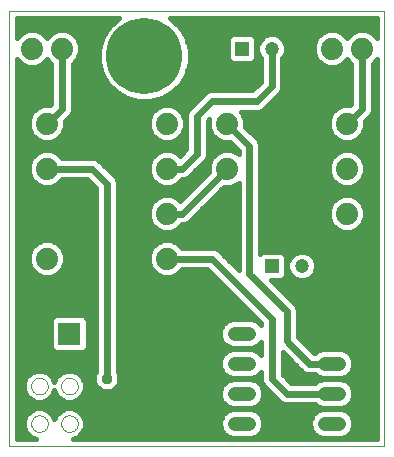
<source format=gtl>
G75*
%MOIN*%
%OFA0B0*%
%FSLAX24Y24*%
%IPPOS*%
%LPD*%
%AMOC8*
5,1,8,0,0,1.08239X$1,22.5*
%
%ADD10C,0.0000*%
%ADD11R,0.0472X0.0472*%
%ADD12C,0.0472*%
%ADD13C,0.0740*%
%ADD14C,0.0480*%
%ADD15C,0.0160*%
%ADD16C,0.0760*%
%ADD17C,0.2540*%
%ADD18R,0.0760X0.0760*%
%ADD19C,0.0240*%
%ADD20OC8,0.0356*%
D10*
X000180Y000346D02*
X000180Y014846D01*
X012680Y014846D01*
X012680Y000346D01*
X000180Y000346D01*
X000904Y001096D02*
X000906Y001129D01*
X000912Y001161D01*
X000921Y001192D01*
X000934Y001222D01*
X000951Y001250D01*
X000971Y001276D01*
X000994Y001300D01*
X001019Y001320D01*
X001047Y001338D01*
X001076Y001352D01*
X001107Y001362D01*
X001139Y001369D01*
X001172Y001372D01*
X001205Y001371D01*
X001237Y001366D01*
X001268Y001357D01*
X001299Y001345D01*
X001327Y001329D01*
X001354Y001310D01*
X001378Y001288D01*
X001399Y001263D01*
X001418Y001236D01*
X001433Y001207D01*
X001444Y001177D01*
X001452Y001145D01*
X001456Y001112D01*
X001456Y001080D01*
X001452Y001047D01*
X001444Y001015D01*
X001433Y000985D01*
X001418Y000956D01*
X001399Y000929D01*
X001378Y000904D01*
X001354Y000882D01*
X001327Y000863D01*
X001299Y000847D01*
X001268Y000835D01*
X001237Y000826D01*
X001205Y000821D01*
X001172Y000820D01*
X001139Y000823D01*
X001107Y000830D01*
X001076Y000840D01*
X001047Y000854D01*
X001019Y000872D01*
X000994Y000892D01*
X000971Y000916D01*
X000951Y000942D01*
X000934Y000970D01*
X000921Y001000D01*
X000912Y001031D01*
X000906Y001063D01*
X000904Y001096D01*
X000904Y002346D02*
X000906Y002379D01*
X000912Y002411D01*
X000921Y002442D01*
X000934Y002472D01*
X000951Y002500D01*
X000971Y002526D01*
X000994Y002550D01*
X001019Y002570D01*
X001047Y002588D01*
X001076Y002602D01*
X001107Y002612D01*
X001139Y002619D01*
X001172Y002622D01*
X001205Y002621D01*
X001237Y002616D01*
X001268Y002607D01*
X001299Y002595D01*
X001327Y002579D01*
X001354Y002560D01*
X001378Y002538D01*
X001399Y002513D01*
X001418Y002486D01*
X001433Y002457D01*
X001444Y002427D01*
X001452Y002395D01*
X001456Y002362D01*
X001456Y002330D01*
X001452Y002297D01*
X001444Y002265D01*
X001433Y002235D01*
X001418Y002206D01*
X001399Y002179D01*
X001378Y002154D01*
X001354Y002132D01*
X001327Y002113D01*
X001299Y002097D01*
X001268Y002085D01*
X001237Y002076D01*
X001205Y002071D01*
X001172Y002070D01*
X001139Y002073D01*
X001107Y002080D01*
X001076Y002090D01*
X001047Y002104D01*
X001019Y002122D01*
X000994Y002142D01*
X000971Y002166D01*
X000951Y002192D01*
X000934Y002220D01*
X000921Y002250D01*
X000912Y002281D01*
X000906Y002313D01*
X000904Y002346D01*
X001904Y002346D02*
X001906Y002379D01*
X001912Y002411D01*
X001921Y002442D01*
X001934Y002472D01*
X001951Y002500D01*
X001971Y002526D01*
X001994Y002550D01*
X002019Y002570D01*
X002047Y002588D01*
X002076Y002602D01*
X002107Y002612D01*
X002139Y002619D01*
X002172Y002622D01*
X002205Y002621D01*
X002237Y002616D01*
X002268Y002607D01*
X002299Y002595D01*
X002327Y002579D01*
X002354Y002560D01*
X002378Y002538D01*
X002399Y002513D01*
X002418Y002486D01*
X002433Y002457D01*
X002444Y002427D01*
X002452Y002395D01*
X002456Y002362D01*
X002456Y002330D01*
X002452Y002297D01*
X002444Y002265D01*
X002433Y002235D01*
X002418Y002206D01*
X002399Y002179D01*
X002378Y002154D01*
X002354Y002132D01*
X002327Y002113D01*
X002299Y002097D01*
X002268Y002085D01*
X002237Y002076D01*
X002205Y002071D01*
X002172Y002070D01*
X002139Y002073D01*
X002107Y002080D01*
X002076Y002090D01*
X002047Y002104D01*
X002019Y002122D01*
X001994Y002142D01*
X001971Y002166D01*
X001951Y002192D01*
X001934Y002220D01*
X001921Y002250D01*
X001912Y002281D01*
X001906Y002313D01*
X001904Y002346D01*
X001904Y001096D02*
X001906Y001129D01*
X001912Y001161D01*
X001921Y001192D01*
X001934Y001222D01*
X001951Y001250D01*
X001971Y001276D01*
X001994Y001300D01*
X002019Y001320D01*
X002047Y001338D01*
X002076Y001352D01*
X002107Y001362D01*
X002139Y001369D01*
X002172Y001372D01*
X002205Y001371D01*
X002237Y001366D01*
X002268Y001357D01*
X002299Y001345D01*
X002327Y001329D01*
X002354Y001310D01*
X002378Y001288D01*
X002399Y001263D01*
X002418Y001236D01*
X002433Y001207D01*
X002444Y001177D01*
X002452Y001145D01*
X002456Y001112D01*
X002456Y001080D01*
X002452Y001047D01*
X002444Y001015D01*
X002433Y000985D01*
X002418Y000956D01*
X002399Y000929D01*
X002378Y000904D01*
X002354Y000882D01*
X002327Y000863D01*
X002299Y000847D01*
X002268Y000835D01*
X002237Y000826D01*
X002205Y000821D01*
X002172Y000820D01*
X002139Y000823D01*
X002107Y000830D01*
X002076Y000840D01*
X002047Y000854D01*
X002019Y000872D01*
X001994Y000892D01*
X001971Y000916D01*
X001951Y000942D01*
X001934Y000970D01*
X001921Y001000D01*
X001912Y001031D01*
X001906Y001063D01*
X001904Y001096D01*
D11*
X008938Y006346D03*
X007938Y013596D03*
D12*
X008922Y013596D03*
X009922Y006346D03*
D13*
X011430Y008096D03*
X011430Y009596D03*
X011430Y011096D03*
X010930Y013596D03*
X011930Y013596D03*
X007430Y011096D03*
X007430Y009596D03*
X007430Y008096D03*
X005430Y008096D03*
X005430Y006596D03*
X005430Y009596D03*
X005430Y011096D03*
X001930Y013596D03*
X000930Y013596D03*
X001430Y011096D03*
X001430Y009596D03*
X001430Y008096D03*
X001430Y006596D03*
D14*
X007690Y004096D02*
X008170Y004096D01*
X008170Y003096D02*
X007690Y003096D01*
X007690Y002096D02*
X008170Y002096D01*
X008170Y001096D02*
X007690Y001096D01*
X010690Y001096D02*
X011170Y001096D01*
X011170Y002096D02*
X010690Y002096D01*
X010690Y003096D02*
X011170Y003096D01*
X011170Y004096D02*
X010690Y004096D01*
D15*
X010595Y003576D02*
X010418Y003503D01*
X010371Y003456D01*
X010329Y003456D01*
X009790Y003995D01*
X009790Y004918D01*
X009735Y005050D01*
X009634Y005152D01*
X008915Y005870D01*
X009222Y005870D01*
X009310Y005907D01*
X009378Y005974D01*
X009414Y006062D01*
X009414Y006630D01*
X009378Y006719D01*
X009310Y006786D01*
X009222Y006823D01*
X008654Y006823D01*
X008566Y006786D01*
X008540Y006760D01*
X008540Y010418D01*
X008485Y010550D01*
X008384Y010652D01*
X008040Y010995D01*
X008040Y011218D01*
X007947Y011442D01*
X007903Y011486D01*
X008502Y011486D01*
X008634Y011541D01*
X008735Y011642D01*
X009227Y012135D01*
X009282Y012267D01*
X009282Y013283D01*
X009326Y013327D01*
X009398Y013502D01*
X010320Y013502D01*
X010320Y013475D02*
X010413Y013251D01*
X010584Y013079D01*
X010809Y012986D01*
X011051Y012986D01*
X011276Y013079D01*
X011430Y013234D01*
X011570Y013094D01*
X011570Y011745D01*
X011531Y011706D01*
X011309Y011706D01*
X011084Y011613D01*
X010913Y011442D01*
X010820Y011218D01*
X010820Y010975D01*
X010913Y010751D01*
X011084Y010579D01*
X011309Y010486D01*
X011551Y010486D01*
X011776Y010579D01*
X011947Y010751D01*
X012040Y010975D01*
X012040Y011197D01*
X012235Y011392D01*
X012290Y011525D01*
X012290Y013094D01*
X012440Y013244D01*
X012440Y000586D01*
X002296Y000586D01*
X002472Y000659D01*
X002617Y000804D01*
X002696Y000994D01*
X002696Y001199D01*
X002617Y001388D01*
X002472Y001533D01*
X002283Y001612D01*
X002077Y001612D01*
X001888Y001533D01*
X001743Y001388D01*
X001680Y001237D01*
X001617Y001388D01*
X001472Y001533D01*
X001283Y001612D01*
X001077Y001612D01*
X000888Y001533D01*
X000743Y001388D01*
X000664Y001199D01*
X000664Y000994D01*
X000743Y000804D01*
X000888Y000659D01*
X001064Y000586D01*
X000420Y000586D01*
X000420Y013244D01*
X000584Y013079D01*
X000809Y012986D01*
X001051Y012986D01*
X001276Y013079D01*
X001430Y013234D01*
X001570Y013094D01*
X001570Y011745D01*
X001531Y011706D01*
X001309Y011706D01*
X001084Y011613D01*
X000913Y011442D01*
X000820Y011218D01*
X000820Y010975D01*
X000913Y010751D01*
X001084Y010579D01*
X001309Y010486D01*
X001551Y010486D01*
X001776Y010579D01*
X001947Y010751D01*
X002040Y010975D01*
X002040Y011197D01*
X002235Y011392D01*
X002290Y011525D01*
X002290Y013094D01*
X002447Y013251D01*
X002540Y013475D01*
X002540Y013718D01*
X002447Y013942D01*
X002276Y014113D01*
X002051Y014206D01*
X001809Y014206D01*
X001584Y014113D01*
X001430Y013959D01*
X001276Y014113D01*
X001051Y014206D01*
X000809Y014206D01*
X000584Y014113D01*
X000420Y013949D01*
X000420Y014606D01*
X003842Y014606D01*
X003753Y014555D01*
X003472Y014274D01*
X003273Y013929D01*
X003170Y013545D01*
X003170Y013148D01*
X003273Y012764D01*
X003472Y012419D01*
X003753Y012138D01*
X004097Y011939D01*
X004481Y011836D01*
X004879Y011836D01*
X005263Y011939D01*
X005607Y012138D01*
X005888Y012419D01*
X006087Y012764D01*
X006190Y013148D01*
X006190Y013545D01*
X006087Y013929D01*
X005888Y014274D01*
X005607Y014555D01*
X005518Y014606D01*
X012440Y014606D01*
X012440Y013949D01*
X012276Y014113D01*
X012051Y014206D01*
X011809Y014206D01*
X011584Y014113D01*
X011430Y013959D01*
X011276Y014113D01*
X011051Y014206D01*
X010809Y014206D01*
X010584Y014113D01*
X010413Y013942D01*
X010320Y013718D01*
X010320Y013475D01*
X010375Y013343D02*
X009333Y013343D01*
X009282Y013185D02*
X010479Y013185D01*
X010712Y013026D02*
X009282Y013026D01*
X009282Y012868D02*
X011570Y012868D01*
X011570Y013026D02*
X011148Y013026D01*
X011381Y013185D02*
X011479Y013185D01*
X011570Y012709D02*
X009282Y012709D01*
X009282Y012551D02*
X011570Y012551D01*
X011570Y012392D02*
X009282Y012392D01*
X009268Y012234D02*
X011570Y012234D01*
X011570Y012075D02*
X009168Y012075D01*
X009010Y011917D02*
X011570Y011917D01*
X011570Y011758D02*
X008851Y011758D01*
X008693Y011600D02*
X011071Y011600D01*
X010913Y011441D02*
X007947Y011441D01*
X008013Y011283D02*
X010847Y011283D01*
X010820Y011124D02*
X008040Y011124D01*
X008070Y010966D02*
X010824Y010966D01*
X010889Y010807D02*
X008228Y010807D01*
X008387Y010649D02*
X011015Y010649D01*
X011299Y010490D02*
X008510Y010490D01*
X008540Y010332D02*
X012440Y010332D01*
X012440Y010490D02*
X011561Y010490D01*
X011551Y010206D02*
X011309Y010206D01*
X011084Y010113D01*
X010913Y009942D01*
X010820Y009718D01*
X010820Y009475D01*
X010913Y009251D01*
X011084Y009079D01*
X011309Y008986D01*
X011551Y008986D01*
X011776Y009079D01*
X011947Y009251D01*
X012040Y009475D01*
X012040Y009718D01*
X011947Y009942D01*
X011776Y010113D01*
X011551Y010206D01*
X011631Y010173D02*
X012440Y010173D01*
X012440Y010015D02*
X011874Y010015D01*
X011983Y009856D02*
X012440Y009856D01*
X012440Y009698D02*
X012040Y009698D01*
X012040Y009539D02*
X012440Y009539D01*
X012440Y009381D02*
X012001Y009381D01*
X011919Y009222D02*
X012440Y009222D01*
X012440Y009064D02*
X011738Y009064D01*
X011551Y008706D02*
X011309Y008706D01*
X011084Y008613D01*
X010913Y008442D01*
X010820Y008218D01*
X010820Y007975D01*
X010913Y007751D01*
X011084Y007579D01*
X011309Y007486D01*
X011551Y007486D01*
X011776Y007579D01*
X011947Y007751D01*
X012040Y007975D01*
X012040Y008218D01*
X011947Y008442D01*
X011776Y008613D01*
X011551Y008706D01*
X011801Y008588D02*
X012440Y008588D01*
X012440Y008430D02*
X011952Y008430D01*
X012018Y008271D02*
X012440Y008271D01*
X012440Y008113D02*
X012040Y008113D01*
X012031Y007954D02*
X012440Y007954D01*
X012440Y007796D02*
X011966Y007796D01*
X011834Y007637D02*
X012440Y007637D01*
X012440Y007479D02*
X008540Y007479D01*
X008540Y007637D02*
X011026Y007637D01*
X010894Y007796D02*
X008540Y007796D01*
X008540Y007954D02*
X010829Y007954D01*
X010820Y008113D02*
X008540Y008113D01*
X008540Y008271D02*
X010842Y008271D01*
X010908Y008430D02*
X008540Y008430D01*
X008540Y008588D02*
X011059Y008588D01*
X011122Y009064D02*
X008540Y009064D01*
X008540Y009222D02*
X010941Y009222D01*
X010859Y009381D02*
X008540Y009381D01*
X008540Y009539D02*
X010820Y009539D01*
X010820Y009698D02*
X008540Y009698D01*
X008540Y009856D02*
X010877Y009856D01*
X010986Y010015D02*
X008540Y010015D01*
X008540Y010173D02*
X011229Y010173D01*
X011845Y010649D02*
X012440Y010649D01*
X012440Y010807D02*
X011971Y010807D01*
X012036Y010966D02*
X012440Y010966D01*
X012440Y011124D02*
X012040Y011124D01*
X012126Y011283D02*
X012440Y011283D01*
X012440Y011441D02*
X012255Y011441D01*
X012290Y011600D02*
X012440Y011600D01*
X012440Y011758D02*
X012290Y011758D01*
X012290Y011917D02*
X012440Y011917D01*
X012440Y012075D02*
X012290Y012075D01*
X012290Y012234D02*
X012440Y012234D01*
X012440Y012392D02*
X012290Y012392D01*
X012290Y012551D02*
X012440Y012551D01*
X012440Y012709D02*
X012290Y012709D01*
X012290Y012868D02*
X012440Y012868D01*
X012440Y013026D02*
X012290Y013026D01*
X012381Y013185D02*
X012440Y013185D01*
X012412Y013977D02*
X012440Y013977D01*
X012440Y014136D02*
X012221Y014136D01*
X012440Y014294D02*
X005867Y014294D01*
X005968Y014136D02*
X010639Y014136D01*
X010448Y013977D02*
X009215Y013977D01*
X009192Y014000D02*
X009017Y014073D01*
X008827Y014073D01*
X008652Y014000D01*
X008518Y013866D01*
X008446Y013691D01*
X008446Y013502D01*
X008414Y013502D01*
X008446Y013502D02*
X008518Y013327D01*
X008562Y013283D01*
X008562Y012488D01*
X008281Y012206D01*
X006858Y012206D01*
X006726Y012152D01*
X006625Y012050D01*
X006226Y011652D01*
X006125Y011550D01*
X006070Y011418D01*
X006070Y010245D01*
X005857Y010032D01*
X005776Y010113D01*
X005551Y010206D01*
X005309Y010206D01*
X005084Y010113D01*
X004913Y009942D01*
X004820Y009718D01*
X004820Y009475D01*
X004913Y009251D01*
X005084Y009079D01*
X005309Y008986D01*
X005551Y008986D01*
X005776Y009079D01*
X005933Y009236D01*
X006002Y009236D01*
X006134Y009291D01*
X006235Y009392D01*
X006235Y009392D01*
X006735Y009892D01*
X006790Y010025D01*
X006790Y011197D01*
X006827Y011234D01*
X006820Y011218D01*
X006820Y010975D01*
X006913Y010751D01*
X007084Y010579D01*
X007309Y010486D01*
X007531Y010486D01*
X007820Y010197D01*
X007820Y010069D01*
X007776Y010113D01*
X007551Y010206D01*
X007309Y010206D01*
X007084Y010113D01*
X006913Y009942D01*
X006820Y009718D01*
X006820Y009495D01*
X005857Y008532D01*
X005776Y008613D01*
X005551Y008706D01*
X005309Y008706D01*
X005084Y008613D01*
X004913Y008442D01*
X004820Y008218D01*
X004820Y007975D01*
X004913Y007751D01*
X005084Y007579D01*
X005309Y007486D01*
X005551Y007486D01*
X005776Y007579D01*
X005933Y007736D01*
X006002Y007736D01*
X006134Y007791D01*
X007329Y008986D01*
X007551Y008986D01*
X007776Y009079D01*
X007820Y009124D01*
X007820Y006215D01*
X007134Y006902D01*
X007002Y006956D01*
X005933Y006956D01*
X005776Y007113D01*
X005551Y007206D01*
X005309Y007206D01*
X005084Y007113D01*
X004913Y006942D01*
X004820Y006718D01*
X004820Y006475D01*
X004913Y006251D01*
X005084Y006079D01*
X005309Y005986D01*
X005551Y005986D01*
X005776Y006079D01*
X005933Y006236D01*
X006781Y006236D01*
X008570Y004447D01*
X008570Y004375D01*
X008442Y004503D01*
X008265Y004576D01*
X007595Y004576D01*
X007418Y004503D01*
X007283Y004368D01*
X007210Y004192D01*
X007210Y004001D01*
X007283Y003824D01*
X007418Y003689D01*
X007595Y003616D01*
X008265Y003616D01*
X008442Y003689D01*
X008570Y003818D01*
X008570Y003375D01*
X008442Y003503D01*
X008265Y003576D01*
X007595Y003576D01*
X007418Y003503D01*
X007283Y003368D01*
X007210Y003192D01*
X007210Y003001D01*
X007283Y002824D01*
X007418Y002689D01*
X007595Y002616D01*
X008265Y002616D01*
X008442Y002689D01*
X008570Y002818D01*
X008570Y002525D01*
X008625Y002392D01*
X009125Y001892D01*
X009226Y001791D01*
X009358Y001736D01*
X010371Y001736D01*
X010418Y001689D01*
X010595Y001616D01*
X011265Y001616D01*
X011442Y001689D01*
X011577Y001824D01*
X011650Y002001D01*
X011650Y002192D01*
X011577Y002368D01*
X011442Y002503D01*
X011265Y002576D01*
X010595Y002576D01*
X010418Y002503D01*
X010371Y002456D01*
X009579Y002456D01*
X009290Y002745D01*
X009290Y003477D01*
X009875Y002892D01*
X009976Y002791D01*
X010108Y002736D01*
X010371Y002736D01*
X010418Y002689D01*
X010595Y002616D01*
X011265Y002616D01*
X011442Y002689D01*
X011577Y002824D01*
X011650Y003001D01*
X011650Y003192D01*
X011577Y003368D01*
X011442Y003503D01*
X011265Y003576D01*
X010595Y003576D01*
X010450Y003516D02*
X010269Y003516D01*
X010111Y003675D02*
X012440Y003675D01*
X012440Y003833D02*
X009952Y003833D01*
X009794Y003992D02*
X012440Y003992D01*
X012440Y004150D02*
X009790Y004150D01*
X009790Y004309D02*
X012440Y004309D01*
X012440Y004467D02*
X009790Y004467D01*
X009790Y004626D02*
X012440Y004626D01*
X012440Y004784D02*
X009790Y004784D01*
X009780Y004943D02*
X012440Y004943D01*
X012440Y005101D02*
X009684Y005101D01*
X009526Y005260D02*
X012440Y005260D01*
X012440Y005418D02*
X009367Y005418D01*
X009209Y005577D02*
X012440Y005577D01*
X012440Y005735D02*
X009050Y005735D01*
X009279Y005894D02*
X009770Y005894D01*
X009827Y005870D02*
X009652Y005943D01*
X009518Y006077D01*
X009446Y006252D01*
X009446Y006441D01*
X009518Y006616D01*
X009652Y006750D01*
X009827Y006823D01*
X010017Y006823D01*
X010192Y006750D01*
X010326Y006616D01*
X010398Y006441D01*
X010398Y006252D01*
X010326Y006077D01*
X010192Y005943D01*
X010017Y005870D01*
X009827Y005870D01*
X010074Y005894D02*
X012440Y005894D01*
X012440Y006052D02*
X010302Y006052D01*
X010381Y006211D02*
X012440Y006211D01*
X012440Y006369D02*
X010398Y006369D01*
X010362Y006528D02*
X012440Y006528D01*
X012440Y006686D02*
X010256Y006686D01*
X009589Y006686D02*
X009391Y006686D01*
X009414Y006528D02*
X009482Y006528D01*
X009446Y006369D02*
X009414Y006369D01*
X009414Y006211D02*
X009463Y006211D01*
X009410Y006052D02*
X009543Y006052D01*
X008540Y006845D02*
X012440Y006845D01*
X012440Y007003D02*
X008540Y007003D01*
X008540Y007162D02*
X012440Y007162D01*
X012440Y007320D02*
X008540Y007320D01*
X007820Y007320D02*
X003790Y007320D01*
X003790Y007162D02*
X005201Y007162D01*
X004974Y007003D02*
X003790Y007003D01*
X003790Y006845D02*
X004873Y006845D01*
X004820Y006686D02*
X003790Y006686D01*
X003790Y006528D02*
X004820Y006528D01*
X004864Y006369D02*
X003790Y006369D01*
X003790Y006211D02*
X004953Y006211D01*
X005149Y006052D02*
X003790Y006052D01*
X003790Y005894D02*
X007123Y005894D01*
X006965Y006052D02*
X005711Y006052D01*
X005907Y006211D02*
X006806Y006211D01*
X007282Y005735D02*
X003790Y005735D01*
X003790Y005577D02*
X007440Y005577D01*
X007599Y005418D02*
X003790Y005418D01*
X003790Y005260D02*
X007757Y005260D01*
X007916Y005101D02*
X003790Y005101D01*
X003790Y004943D02*
X008074Y004943D01*
X008233Y004784D02*
X003790Y004784D01*
X003790Y004626D02*
X008391Y004626D01*
X008478Y004467D02*
X008550Y004467D01*
X008570Y003675D02*
X008407Y003675D01*
X008410Y003516D02*
X008570Y003516D01*
X008570Y002724D02*
X008476Y002724D01*
X008570Y002565D02*
X008292Y002565D01*
X008265Y002576D02*
X008442Y002503D01*
X008577Y002368D01*
X008650Y002192D01*
X008650Y002001D01*
X008577Y001824D01*
X008442Y001689D01*
X008265Y001616D01*
X007595Y001616D01*
X007418Y001689D01*
X007283Y001824D01*
X007210Y002001D01*
X007210Y002192D01*
X007283Y002368D01*
X007418Y002503D01*
X007595Y002576D01*
X008265Y002576D01*
X008538Y002407D02*
X008619Y002407D01*
X008627Y002248D02*
X008769Y002248D01*
X008650Y002090D02*
X008927Y002090D01*
X009086Y001931D02*
X008621Y001931D01*
X008525Y001773D02*
X009270Y001773D01*
X008577Y001368D02*
X008650Y001192D01*
X008650Y001001D01*
X008577Y000824D01*
X008442Y000689D01*
X008265Y000616D01*
X007595Y000616D01*
X007418Y000689D01*
X007283Y000824D01*
X007210Y001001D01*
X007210Y001192D01*
X007283Y001368D01*
X007418Y001503D01*
X007595Y001576D01*
X008265Y001576D01*
X008442Y001503D01*
X008577Y001368D01*
X008606Y001297D02*
X010254Y001297D01*
X010283Y001368D02*
X010210Y001192D01*
X010210Y001001D01*
X010283Y000824D01*
X010418Y000689D01*
X010595Y000616D01*
X011265Y000616D01*
X011442Y000689D01*
X011577Y000824D01*
X011650Y001001D01*
X011650Y001192D01*
X011577Y001368D01*
X011442Y001503D01*
X011265Y001576D01*
X010595Y001576D01*
X010418Y001503D01*
X010283Y001368D01*
X010371Y001456D02*
X008489Y001456D01*
X008650Y001139D02*
X010210Y001139D01*
X010218Y000980D02*
X008641Y000980D01*
X008574Y000822D02*
X010286Y000822D01*
X010481Y000663D02*
X008379Y000663D01*
X007481Y000663D02*
X002476Y000663D01*
X002624Y000822D02*
X007286Y000822D01*
X007218Y000980D02*
X002690Y000980D01*
X002696Y001139D02*
X007210Y001139D01*
X007254Y001297D02*
X002655Y001297D01*
X002550Y001456D02*
X007371Y001456D01*
X007335Y001773D02*
X000420Y001773D01*
X000420Y001931D02*
X000866Y001931D01*
X000888Y001909D02*
X001077Y001831D01*
X001283Y001831D01*
X001472Y001909D01*
X001617Y002054D01*
X001680Y002206D01*
X001743Y002054D01*
X001888Y001909D01*
X002077Y001831D01*
X002283Y001831D01*
X002472Y001909D01*
X002617Y002054D01*
X002696Y002244D01*
X002696Y002449D01*
X002617Y002638D01*
X002472Y002783D01*
X002283Y002862D01*
X002077Y002862D01*
X001888Y002783D01*
X001743Y002638D01*
X001680Y002487D01*
X001617Y002638D01*
X001472Y002783D01*
X001283Y002862D01*
X001077Y002862D01*
X000888Y002783D01*
X000743Y002638D01*
X000664Y002449D01*
X000664Y002244D01*
X000743Y002054D01*
X000888Y001909D01*
X000728Y002090D02*
X000420Y002090D01*
X000420Y002248D02*
X000664Y002248D01*
X000664Y002407D02*
X000420Y002407D01*
X000420Y002565D02*
X000713Y002565D01*
X000828Y002724D02*
X000420Y002724D01*
X000420Y002882D02*
X003070Y002882D01*
X003070Y002828D02*
X003012Y002770D01*
X003012Y002423D01*
X003257Y002178D01*
X003603Y002178D01*
X003848Y002423D01*
X003848Y002770D01*
X003790Y002828D01*
X003790Y009168D01*
X003735Y009300D01*
X003235Y009800D01*
X003134Y009902D01*
X003002Y009956D01*
X001933Y009956D01*
X001776Y010113D01*
X001551Y010206D01*
X001309Y010206D01*
X001084Y010113D01*
X000913Y009942D01*
X000820Y009718D01*
X000820Y009475D01*
X000913Y009251D01*
X001084Y009079D01*
X001309Y008986D01*
X001551Y008986D01*
X001776Y009079D01*
X001933Y009236D01*
X002781Y009236D01*
X003070Y008947D01*
X003070Y002828D01*
X003012Y002724D02*
X002532Y002724D01*
X002647Y002565D02*
X003012Y002565D01*
X003028Y002407D02*
X002696Y002407D01*
X002696Y002248D02*
X003187Y002248D01*
X003673Y002248D02*
X007233Y002248D01*
X007210Y002090D02*
X002632Y002090D01*
X002494Y001931D02*
X007239Y001931D01*
X007322Y002407D02*
X003832Y002407D01*
X003848Y002565D02*
X007568Y002565D01*
X007384Y002724D02*
X003848Y002724D01*
X003790Y002882D02*
X007259Y002882D01*
X007210Y003041D02*
X003790Y003041D01*
X003790Y003199D02*
X007213Y003199D01*
X007279Y003358D02*
X003790Y003358D01*
X003790Y003516D02*
X007450Y003516D01*
X007453Y003675D02*
X003790Y003675D01*
X003790Y003833D02*
X007279Y003833D01*
X007214Y003992D02*
X003790Y003992D01*
X003790Y004150D02*
X007210Y004150D01*
X007258Y004309D02*
X003790Y004309D01*
X003790Y004467D02*
X007382Y004467D01*
X007666Y006369D02*
X007820Y006369D01*
X007820Y006528D02*
X007508Y006528D01*
X007349Y006686D02*
X007820Y006686D01*
X007820Y006845D02*
X007191Y006845D01*
X007820Y007003D02*
X005886Y007003D01*
X005659Y007162D02*
X007820Y007162D01*
X007820Y007479D02*
X003790Y007479D01*
X003790Y007637D02*
X005026Y007637D01*
X004894Y007796D02*
X003790Y007796D01*
X003790Y007954D02*
X004829Y007954D01*
X004820Y008113D02*
X003790Y008113D01*
X003790Y008271D02*
X004842Y008271D01*
X004908Y008430D02*
X003790Y008430D01*
X003790Y008588D02*
X005059Y008588D01*
X005122Y009064D02*
X003790Y009064D01*
X003790Y008905D02*
X006230Y008905D01*
X006071Y008747D02*
X003790Y008747D01*
X003767Y009222D02*
X004941Y009222D01*
X004859Y009381D02*
X003655Y009381D01*
X003496Y009539D02*
X004820Y009539D01*
X004820Y009698D02*
X003338Y009698D01*
X003179Y009856D02*
X004877Y009856D01*
X004986Y010015D02*
X001874Y010015D01*
X001631Y010173D02*
X005229Y010173D01*
X005309Y010486D02*
X005551Y010486D01*
X005776Y010579D01*
X005947Y010751D01*
X006040Y010975D01*
X006040Y011218D01*
X005947Y011442D01*
X005776Y011613D01*
X005551Y011706D01*
X005309Y011706D01*
X005084Y011613D01*
X004913Y011442D01*
X004820Y011218D01*
X004820Y010975D01*
X004913Y010751D01*
X005084Y010579D01*
X005309Y010486D01*
X005299Y010490D02*
X001561Y010490D01*
X001299Y010490D02*
X000420Y010490D01*
X000420Y010332D02*
X006070Y010332D01*
X006070Y010490D02*
X005561Y010490D01*
X005631Y010173D02*
X005998Y010173D01*
X006070Y010649D02*
X005845Y010649D01*
X005971Y010807D02*
X006070Y010807D01*
X006070Y010966D02*
X006036Y010966D01*
X006040Y011124D02*
X006070Y011124D01*
X006070Y011283D02*
X006013Y011283D01*
X005947Y011441D02*
X006080Y011441D01*
X006174Y011600D02*
X005789Y011600D01*
X006226Y011652D02*
X006226Y011652D01*
X006333Y011758D02*
X002290Y011758D01*
X002290Y011600D02*
X005071Y011600D01*
X004913Y011441D02*
X002255Y011441D01*
X002126Y011283D02*
X004847Y011283D01*
X004820Y011124D02*
X002040Y011124D01*
X002036Y010966D02*
X004824Y010966D01*
X004889Y010807D02*
X001971Y010807D01*
X001845Y010649D02*
X005015Y010649D01*
X005179Y011917D02*
X006491Y011917D01*
X006625Y012050D02*
X006625Y012050D01*
X006650Y012075D02*
X005499Y012075D01*
X005703Y012234D02*
X008308Y012234D01*
X008467Y012392D02*
X005861Y012392D01*
X005964Y012551D02*
X008562Y012551D01*
X008562Y012709D02*
X006056Y012709D01*
X006115Y012868D02*
X008562Y012868D01*
X008562Y013026D02*
X006158Y013026D01*
X006190Y013185D02*
X007538Y013185D01*
X007566Y013157D02*
X007654Y013120D01*
X008222Y013120D01*
X008310Y013157D01*
X008378Y013224D01*
X008414Y013312D01*
X008414Y013880D01*
X008378Y013969D01*
X008310Y014036D01*
X008222Y014073D01*
X007654Y014073D01*
X007566Y014036D01*
X007498Y013969D01*
X007462Y013880D01*
X007462Y013312D01*
X007498Y013224D01*
X007566Y013157D01*
X007462Y013343D02*
X006190Y013343D01*
X006190Y013502D02*
X007462Y013502D01*
X007462Y013660D02*
X006159Y013660D01*
X006117Y013819D02*
X007462Y013819D01*
X007507Y013977D02*
X006059Y013977D01*
X005709Y014453D02*
X012440Y014453D01*
X011639Y014136D02*
X011221Y014136D01*
X011412Y013977D02*
X011448Y013977D01*
X010362Y013819D02*
X009345Y013819D01*
X009326Y013866D02*
X009192Y014000D01*
X009326Y013866D02*
X009398Y013691D01*
X009398Y013502D01*
X009398Y013660D02*
X010320Y013660D01*
X008630Y013977D02*
X008369Y013977D01*
X008414Y013819D02*
X008499Y013819D01*
X008446Y013660D02*
X008414Y013660D01*
X008414Y013343D02*
X008511Y013343D01*
X008562Y013185D02*
X008338Y013185D01*
X006820Y011124D02*
X006790Y011124D01*
X006790Y010966D02*
X006824Y010966D01*
X006790Y010807D02*
X006889Y010807D01*
X006790Y010649D02*
X007015Y010649D01*
X006790Y010490D02*
X007299Y010490D01*
X007229Y010173D02*
X006790Y010173D01*
X006786Y010015D02*
X006986Y010015D01*
X006877Y009856D02*
X006699Y009856D01*
X006820Y009698D02*
X006541Y009698D01*
X006382Y009539D02*
X006820Y009539D01*
X006705Y009381D02*
X006224Y009381D01*
X005919Y009222D02*
X006547Y009222D01*
X006388Y009064D02*
X005738Y009064D01*
X005801Y008588D02*
X005913Y008588D01*
X006456Y008113D02*
X007820Y008113D01*
X007820Y007954D02*
X006297Y007954D01*
X006139Y007796D02*
X007820Y007796D01*
X007820Y007637D02*
X005834Y007637D01*
X006614Y008271D02*
X007820Y008271D01*
X007820Y008430D02*
X006773Y008430D01*
X006931Y008588D02*
X007820Y008588D01*
X007820Y008747D02*
X007090Y008747D01*
X007248Y008905D02*
X007820Y008905D01*
X007820Y009064D02*
X007738Y009064D01*
X008540Y008905D02*
X012440Y008905D01*
X012440Y008747D02*
X008540Y008747D01*
X007820Y010173D02*
X007631Y010173D01*
X007685Y010332D02*
X006790Y010332D01*
X004181Y011917D02*
X002290Y011917D01*
X002290Y012075D02*
X003861Y012075D01*
X003657Y012234D02*
X002290Y012234D01*
X002290Y012392D02*
X003499Y012392D01*
X003396Y012551D02*
X002290Y012551D01*
X002290Y012709D02*
X003304Y012709D01*
X003245Y012868D02*
X002290Y012868D01*
X002290Y013026D02*
X003202Y013026D01*
X003170Y013185D02*
X002381Y013185D01*
X002485Y013343D02*
X003170Y013343D01*
X003170Y013502D02*
X002540Y013502D01*
X002540Y013660D02*
X003201Y013660D01*
X003243Y013819D02*
X002498Y013819D01*
X002412Y013977D02*
X003301Y013977D01*
X003392Y014136D02*
X002221Y014136D01*
X001639Y014136D02*
X001221Y014136D01*
X001412Y013977D02*
X001448Y013977D01*
X001479Y013185D02*
X001381Y013185D01*
X001570Y013026D02*
X001148Y013026D01*
X000712Y013026D02*
X000420Y013026D01*
X000420Y012868D02*
X001570Y012868D01*
X001570Y012709D02*
X000420Y012709D01*
X000420Y012551D02*
X001570Y012551D01*
X001570Y012392D02*
X000420Y012392D01*
X000420Y012234D02*
X001570Y012234D01*
X001570Y012075D02*
X000420Y012075D01*
X000420Y011917D02*
X001570Y011917D01*
X001570Y011758D02*
X000420Y011758D01*
X000420Y011600D02*
X001071Y011600D01*
X000913Y011441D02*
X000420Y011441D01*
X000420Y011283D02*
X000847Y011283D01*
X000820Y011124D02*
X000420Y011124D01*
X000420Y010966D02*
X000824Y010966D01*
X000889Y010807D02*
X000420Y010807D01*
X000420Y010649D02*
X001015Y010649D01*
X001229Y010173D02*
X000420Y010173D01*
X000420Y010015D02*
X000986Y010015D01*
X000877Y009856D02*
X000420Y009856D01*
X000420Y009698D02*
X000820Y009698D01*
X000820Y009539D02*
X000420Y009539D01*
X000420Y009381D02*
X000859Y009381D01*
X000941Y009222D02*
X000420Y009222D01*
X000420Y009064D02*
X001122Y009064D01*
X001738Y009064D02*
X002953Y009064D01*
X003070Y008905D02*
X000420Y008905D01*
X000420Y008747D02*
X003070Y008747D01*
X003070Y008588D02*
X000420Y008588D01*
X000420Y008430D02*
X003070Y008430D01*
X003070Y008271D02*
X000420Y008271D01*
X000420Y008113D02*
X003070Y008113D01*
X003070Y007954D02*
X000420Y007954D01*
X000420Y007796D02*
X003070Y007796D01*
X003070Y007637D02*
X000420Y007637D01*
X000420Y007479D02*
X003070Y007479D01*
X003070Y007320D02*
X000420Y007320D01*
X000420Y007162D02*
X001201Y007162D01*
X001309Y007206D02*
X001084Y007113D01*
X000913Y006942D01*
X000820Y006718D01*
X000820Y006475D01*
X000913Y006251D01*
X001084Y006079D01*
X001309Y005986D01*
X001551Y005986D01*
X001776Y006079D01*
X001947Y006251D01*
X002040Y006475D01*
X002040Y006718D01*
X001947Y006942D01*
X001776Y007113D01*
X001551Y007206D01*
X001309Y007206D01*
X001659Y007162D02*
X003070Y007162D01*
X003070Y007003D02*
X001886Y007003D01*
X001987Y006845D02*
X003070Y006845D01*
X003070Y006686D02*
X002040Y006686D01*
X002040Y006528D02*
X003070Y006528D01*
X003070Y006369D02*
X001996Y006369D01*
X001907Y006211D02*
X003070Y006211D01*
X003070Y006052D02*
X001711Y006052D01*
X001149Y006052D02*
X000420Y006052D01*
X000420Y005894D02*
X003070Y005894D01*
X003070Y005735D02*
X000420Y005735D01*
X000420Y005577D02*
X003070Y005577D01*
X003070Y005418D02*
X000420Y005418D01*
X000420Y005260D02*
X003070Y005260D01*
X003070Y005101D02*
X000420Y005101D01*
X000420Y004943D02*
X003070Y004943D01*
X003070Y004784D02*
X000420Y004784D01*
X000420Y004626D02*
X001610Y004626D01*
X001597Y004612D02*
X001560Y004524D01*
X001560Y003669D01*
X001597Y003580D01*
X001664Y003513D01*
X001752Y003476D01*
X002608Y003476D01*
X002696Y003513D01*
X002763Y003580D01*
X002800Y003669D01*
X002800Y004524D01*
X002763Y004612D01*
X002696Y004680D01*
X002608Y004716D01*
X001752Y004716D01*
X001664Y004680D01*
X001597Y004612D01*
X001560Y004467D02*
X000420Y004467D01*
X000420Y004309D02*
X001560Y004309D01*
X001560Y004150D02*
X000420Y004150D01*
X000420Y003992D02*
X001560Y003992D01*
X001560Y003833D02*
X000420Y003833D01*
X000420Y003675D02*
X001560Y003675D01*
X001661Y003516D02*
X000420Y003516D01*
X000420Y003358D02*
X003070Y003358D01*
X003070Y003516D02*
X002699Y003516D01*
X002800Y003675D02*
X003070Y003675D01*
X003070Y003833D02*
X002800Y003833D01*
X002800Y003992D02*
X003070Y003992D01*
X003070Y004150D02*
X002800Y004150D01*
X002800Y004309D02*
X003070Y004309D01*
X003070Y004467D02*
X002800Y004467D01*
X002750Y004626D02*
X003070Y004626D01*
X003070Y003199D02*
X000420Y003199D01*
X000420Y003041D02*
X003070Y003041D01*
X001828Y002724D02*
X001532Y002724D01*
X001647Y002565D02*
X001713Y002565D01*
X001728Y002090D02*
X001632Y002090D01*
X001494Y001931D02*
X001866Y001931D01*
X001810Y001456D02*
X001550Y001456D01*
X001655Y001297D02*
X001705Y001297D01*
X000810Y001456D02*
X000420Y001456D01*
X000420Y001614D02*
X012440Y001614D01*
X012440Y001456D02*
X011489Y001456D01*
X011606Y001297D02*
X012440Y001297D01*
X012440Y001139D02*
X011650Y001139D01*
X011641Y000980D02*
X012440Y000980D01*
X012440Y000822D02*
X011574Y000822D01*
X011379Y000663D02*
X012440Y000663D01*
X012440Y001773D02*
X011525Y001773D01*
X011621Y001931D02*
X012440Y001931D01*
X012440Y002090D02*
X011650Y002090D01*
X011627Y002248D02*
X012440Y002248D01*
X012440Y002407D02*
X011538Y002407D01*
X011292Y002565D02*
X012440Y002565D01*
X012440Y002724D02*
X011476Y002724D01*
X011601Y002882D02*
X012440Y002882D01*
X012440Y003041D02*
X011650Y003041D01*
X011647Y003199D02*
X012440Y003199D01*
X012440Y003358D02*
X011581Y003358D01*
X011410Y003516D02*
X012440Y003516D01*
X010568Y002565D02*
X009470Y002565D01*
X009312Y002724D02*
X010384Y002724D01*
X009885Y002882D02*
X009290Y002882D01*
X009290Y003041D02*
X009726Y003041D01*
X009568Y003199D02*
X009290Y003199D01*
X009290Y003358D02*
X009409Y003358D01*
X002795Y009222D02*
X001919Y009222D01*
X000974Y007003D02*
X000420Y007003D01*
X000420Y006845D02*
X000873Y006845D01*
X000820Y006686D02*
X000420Y006686D01*
X000420Y006528D02*
X000820Y006528D01*
X000864Y006369D02*
X000420Y006369D01*
X000420Y006211D02*
X000953Y006211D01*
X000705Y001297D02*
X000420Y001297D01*
X000420Y001139D02*
X000664Y001139D01*
X000670Y000980D02*
X000420Y000980D01*
X000420Y000822D02*
X000736Y000822D01*
X000884Y000663D02*
X000420Y000663D01*
X000420Y013185D02*
X000479Y013185D01*
X000448Y013977D02*
X000420Y013977D01*
X000420Y014136D02*
X000639Y014136D01*
X000420Y014294D02*
X003493Y014294D01*
X003651Y014453D02*
X000420Y014453D01*
D16*
X001180Y004096D03*
D17*
X004680Y013346D03*
D18*
X002180Y004096D03*
D19*
X003430Y002596D02*
X003430Y009096D01*
X002930Y009596D01*
X001430Y009596D01*
X001430Y011096D02*
X001930Y011596D01*
X001930Y013596D01*
X005430Y009596D02*
X005930Y009596D01*
X006430Y010096D01*
X006430Y011346D01*
X006930Y011846D01*
X008430Y011846D01*
X008922Y012338D01*
X008922Y013596D01*
X007430Y011096D02*
X008180Y010346D01*
X008180Y006096D01*
X009430Y004846D01*
X009430Y003846D01*
X010180Y003096D01*
X010930Y003096D01*
X010930Y002096D02*
X009430Y002096D01*
X008930Y002596D01*
X008930Y004596D01*
X006930Y006596D01*
X005430Y006596D01*
X005430Y008096D02*
X005930Y008096D01*
X007430Y009596D01*
X011430Y011096D02*
X011930Y011596D01*
X011930Y013596D01*
D20*
X003430Y002596D03*
M02*

</source>
